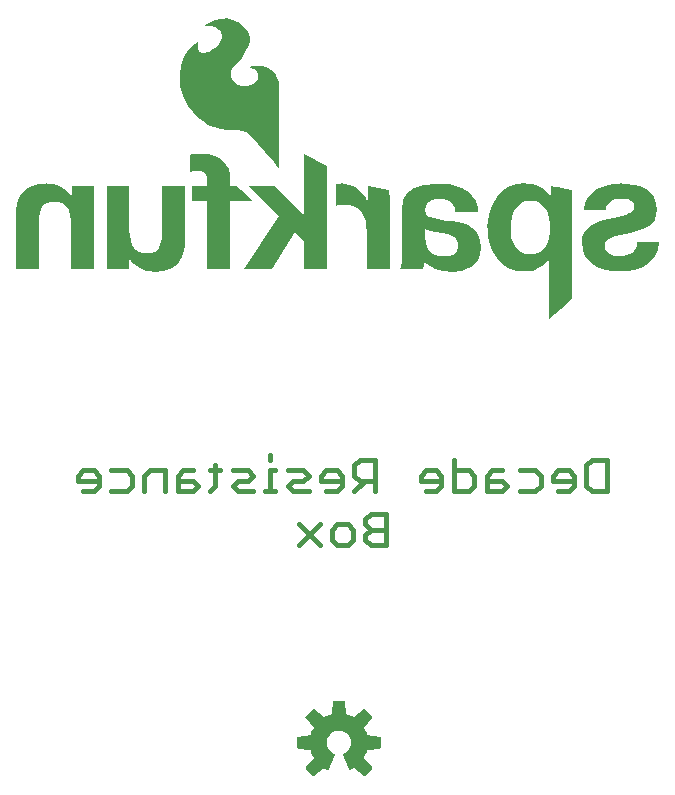
<source format=gbr>
G04 EAGLE Gerber RS-274X export*
G75*
%MOMM*%
%FSLAX34Y34*%
%LPD*%
%INSilkscreen Bottom*%
%IPPOS*%
%AMOC8*
5,1,8,0,0,1.08239X$1,22.5*%
G01*
%ADD10C,0.457200*%

G36*
X457701Y625696D02*
X457701Y625696D01*
X457702Y625696D01*
X457703Y625698D01*
X457705Y625700D01*
X457705Y689700D01*
X457605Y694500D01*
X457605Y694501D01*
X457005Y698601D01*
X457005Y698602D01*
X455905Y702102D01*
X455904Y702102D01*
X454504Y704902D01*
X454504Y704903D01*
X452704Y707203D01*
X452703Y707203D01*
X452703Y707204D01*
X450703Y709104D01*
X448403Y710504D01*
X448402Y710504D01*
X448402Y710505D01*
X446002Y711605D01*
X446002Y711604D01*
X446001Y711605D01*
X443201Y712405D01*
X440701Y712805D01*
X440700Y712805D01*
X440650Y712807D01*
X440536Y712812D01*
X440422Y712817D01*
X440421Y712817D01*
X440308Y712822D01*
X440307Y712822D01*
X440193Y712827D01*
X440079Y712832D01*
X439965Y712837D01*
X439964Y712837D01*
X439850Y712842D01*
X439736Y712847D01*
X439622Y712852D01*
X439621Y712852D01*
X439508Y712857D01*
X439507Y712857D01*
X439393Y712862D01*
X439279Y712867D01*
X439165Y712872D01*
X439164Y712872D01*
X439051Y712877D01*
X439050Y712877D01*
X438936Y712882D01*
X438822Y712887D01*
X438821Y712887D01*
X438708Y712892D01*
X438707Y712892D01*
X438593Y712897D01*
X438479Y712902D01*
X438400Y712905D01*
X436300Y712705D01*
X436299Y712705D01*
X434599Y712505D01*
X433299Y712205D01*
X433299Y712204D01*
X433298Y712205D01*
X432498Y711905D01*
X432198Y711805D01*
X432197Y711803D01*
X432196Y711802D01*
X432196Y711801D01*
X432195Y711799D01*
X432197Y711798D01*
X432198Y711795D01*
X432498Y711695D01*
X433098Y711396D01*
X433098Y711395D01*
X433998Y710995D01*
X435198Y710396D01*
X436397Y709696D01*
X437497Y708796D01*
X438496Y707697D01*
X439296Y706598D01*
X439795Y705099D01*
X439795Y703401D01*
X439295Y701702D01*
X438396Y700103D01*
X436997Y698604D01*
X435198Y697304D01*
X432998Y696305D01*
X430400Y695705D01*
X426301Y695705D01*
X422702Y696705D01*
X419703Y698604D01*
X417504Y701203D01*
X416405Y704401D01*
X416405Y704404D01*
X416408Y704459D01*
X416409Y704464D01*
X416412Y704519D01*
X416415Y704578D01*
X416418Y704633D01*
X416419Y704638D01*
X416422Y704693D01*
X416425Y704752D01*
X416428Y704807D01*
X416429Y704812D01*
X416432Y704866D01*
X416435Y704926D01*
X416438Y704981D01*
X416438Y704986D01*
X416442Y705040D01*
X416445Y705100D01*
X416448Y705155D01*
X416448Y705160D01*
X416452Y705214D01*
X416455Y705274D01*
X416458Y705329D01*
X416458Y705334D01*
X416461Y705388D01*
X416465Y705448D01*
X416468Y705502D01*
X416468Y705507D01*
X416471Y705562D01*
X416475Y705622D01*
X416478Y705676D01*
X416478Y705681D01*
X416481Y705736D01*
X416485Y705796D01*
X416488Y705850D01*
X416488Y705855D01*
X416491Y705910D01*
X416495Y705969D01*
X416495Y705970D01*
X416498Y706024D01*
X416498Y706029D01*
X416501Y706084D01*
X416505Y706143D01*
X416508Y706198D01*
X416508Y706203D01*
X416511Y706258D01*
X416515Y706317D01*
X416518Y706372D01*
X416518Y706377D01*
X416521Y706432D01*
X416524Y706491D01*
X416525Y706491D01*
X416524Y706491D01*
X416528Y706546D01*
X416528Y706551D01*
X416531Y706605D01*
X416531Y706606D01*
X416534Y706665D01*
X416538Y706720D01*
X416538Y706725D01*
X416541Y706779D01*
X416544Y706839D01*
X416547Y706894D01*
X416548Y706894D01*
X416547Y706894D01*
X416548Y706899D01*
X416551Y706953D01*
X416554Y707013D01*
X416557Y707068D01*
X416558Y707073D01*
X416561Y707127D01*
X416564Y707187D01*
X416567Y707241D01*
X416567Y707242D01*
X416568Y707246D01*
X416568Y707247D01*
X416571Y707301D01*
X416574Y707361D01*
X416577Y707415D01*
X416578Y707420D01*
X416581Y707475D01*
X416584Y707535D01*
X416587Y707589D01*
X416588Y707594D01*
X416591Y707649D01*
X416594Y707709D01*
X416597Y707763D01*
X416597Y707768D01*
X416601Y707823D01*
X416604Y707882D01*
X416604Y707883D01*
X416605Y707899D01*
X418204Y711597D01*
X421404Y715397D01*
X425604Y719697D01*
X428904Y723997D01*
X428904Y723998D01*
X431304Y728398D01*
X431305Y728399D01*
X432505Y732699D01*
X432504Y732700D01*
X432505Y732700D01*
X432405Y737000D01*
X432404Y737001D01*
X432405Y737002D01*
X431105Y741102D01*
X431104Y741102D01*
X431104Y741103D01*
X428304Y745103D01*
X428303Y745103D01*
X428303Y745104D01*
X424003Y748704D01*
X424002Y748704D01*
X418302Y751704D01*
X418301Y751704D01*
X418301Y751705D01*
X412901Y752805D01*
X412900Y752804D01*
X412900Y752805D01*
X412789Y752801D01*
X412788Y752801D01*
X412662Y752796D01*
X412536Y752791D01*
X412535Y752791D01*
X412409Y752786D01*
X412408Y752786D01*
X412282Y752781D01*
X412156Y752776D01*
X412155Y752776D01*
X412029Y752771D01*
X412028Y752771D01*
X411902Y752766D01*
X411901Y752766D01*
X411775Y752761D01*
X411649Y752756D01*
X411648Y752756D01*
X411522Y752751D01*
X411521Y752751D01*
X411395Y752746D01*
X411269Y752741D01*
X411268Y752741D01*
X411142Y752736D01*
X411141Y752736D01*
X411015Y752731D01*
X410889Y752726D01*
X410888Y752726D01*
X410762Y752721D01*
X410761Y752721D01*
X410635Y752716D01*
X410634Y752716D01*
X410508Y752711D01*
X410382Y752706D01*
X410381Y752706D01*
X410255Y752701D01*
X410254Y752701D01*
X410128Y752696D01*
X410002Y752691D01*
X410001Y752691D01*
X409875Y752686D01*
X409874Y752686D01*
X409748Y752681D01*
X409621Y752676D01*
X409495Y752671D01*
X409494Y752671D01*
X409368Y752666D01*
X409367Y752666D01*
X409241Y752662D01*
X409241Y752661D01*
X409115Y752657D01*
X409114Y752657D01*
X408988Y752652D01*
X408987Y752652D01*
X408861Y752647D01*
X408735Y752642D01*
X408734Y752642D01*
X408608Y752637D01*
X408607Y752637D01*
X408481Y752632D01*
X408354Y752627D01*
X408228Y752622D01*
X408227Y752622D01*
X408101Y752617D01*
X408100Y752617D01*
X407974Y752612D01*
X407848Y752607D01*
X407847Y752607D01*
X407800Y752605D01*
X407799Y752605D01*
X403299Y751505D01*
X403299Y751504D01*
X403298Y751505D01*
X399498Y749905D01*
X399498Y749904D01*
X396598Y748304D01*
X396597Y748304D01*
X394697Y746904D01*
X393997Y746404D01*
X393997Y746402D01*
X393995Y746401D01*
X393996Y746400D01*
X393996Y746398D01*
X393998Y746397D01*
X394000Y746395D01*
X394400Y746395D01*
X394401Y746396D01*
X394401Y746395D01*
X395301Y746595D01*
X396800Y746795D01*
X398599Y746795D01*
X400599Y746495D01*
X402798Y745895D01*
X404797Y744896D01*
X406696Y743197D01*
X407796Y741897D01*
X408495Y740598D01*
X408995Y739199D01*
X409195Y737700D01*
X409193Y737686D01*
X409190Y737661D01*
X409187Y737637D01*
X409183Y737612D01*
X409180Y737587D01*
X409177Y737562D01*
X409173Y737537D01*
X409170Y737512D01*
X409167Y737488D01*
X409163Y737463D01*
X409160Y737438D01*
X409157Y737413D01*
X409153Y737388D01*
X409150Y737363D01*
X409147Y737339D01*
X409147Y737338D01*
X409143Y737314D01*
X409140Y737289D01*
X409137Y737264D01*
X409134Y737239D01*
X409130Y737214D01*
X409127Y737189D01*
X409124Y737165D01*
X409120Y737140D01*
X409117Y737115D01*
X409114Y737090D01*
X409110Y737065D01*
X409107Y737040D01*
X409104Y737016D01*
X409104Y737015D01*
X409100Y736991D01*
X409097Y736966D01*
X409094Y736941D01*
X409090Y736916D01*
X409087Y736891D01*
X409084Y736866D01*
X409081Y736842D01*
X409077Y736817D01*
X409074Y736792D01*
X409071Y736767D01*
X409067Y736742D01*
X409064Y736717D01*
X409061Y736693D01*
X409057Y736668D01*
X409054Y736643D01*
X409051Y736618D01*
X409047Y736593D01*
X409044Y736568D01*
X409041Y736544D01*
X409041Y736543D01*
X409037Y736519D01*
X409034Y736494D01*
X409031Y736469D01*
X409028Y736444D01*
X409024Y736419D01*
X409021Y736394D01*
X409018Y736370D01*
X409014Y736345D01*
X409011Y736320D01*
X409008Y736295D01*
X409004Y736270D01*
X409001Y736245D01*
X408998Y736221D01*
X408998Y736220D01*
X408995Y736201D01*
X408495Y734602D01*
X407596Y732903D01*
X406296Y731103D01*
X404896Y729604D01*
X403397Y728204D01*
X401597Y726904D01*
X399698Y725704D01*
X397798Y724805D01*
X395999Y724105D01*
X394200Y723805D01*
X392601Y723805D01*
X390803Y724504D01*
X389504Y725603D01*
X388805Y727002D01*
X388405Y728601D01*
X388305Y730000D01*
X388309Y730053D01*
X388314Y730118D01*
X388319Y730182D01*
X388324Y730247D01*
X388329Y730311D01*
X388334Y730376D01*
X388339Y730441D01*
X388344Y730505D01*
X388349Y730570D01*
X388354Y730634D01*
X388359Y730699D01*
X388364Y730764D01*
X388369Y730828D01*
X388374Y730893D01*
X388379Y730957D01*
X388384Y731022D01*
X388389Y731087D01*
X388394Y731151D01*
X388399Y731216D01*
X388403Y731280D01*
X388404Y731280D01*
X388405Y731299D01*
X388505Y732199D01*
X388605Y732498D01*
X388604Y732499D01*
X388605Y732500D01*
X388605Y732600D01*
X388604Y732601D01*
X388605Y732602D01*
X388603Y732603D01*
X388601Y732605D01*
X388599Y732604D01*
X388598Y732604D01*
X384398Y730204D01*
X384397Y730203D01*
X384396Y730203D01*
X380396Y725903D01*
X376896Y720003D01*
X376896Y720002D01*
X376895Y720002D01*
X374395Y712902D01*
X374396Y712901D01*
X374395Y712901D01*
X373195Y704801D01*
X373195Y704800D01*
X373595Y696000D01*
X373596Y695999D01*
X373595Y695999D01*
X376095Y686899D01*
X376096Y686898D01*
X380296Y678898D01*
X380996Y677698D01*
X380996Y677697D01*
X384496Y673197D01*
X388296Y669197D01*
X388297Y669197D01*
X388297Y669196D01*
X392597Y665796D01*
X397197Y662896D01*
X397198Y662896D01*
X397198Y662895D01*
X402298Y660695D01*
X402299Y660696D01*
X402299Y660695D01*
X407799Y659195D01*
X413699Y658395D01*
X413700Y658395D01*
X423399Y658395D01*
X426298Y657695D01*
X428998Y656396D01*
X431497Y654596D01*
X433996Y652297D01*
X436596Y649497D01*
X439496Y646297D01*
X442696Y642797D01*
X445696Y639597D01*
X448496Y636497D01*
X450996Y633597D01*
X453196Y630997D01*
X455096Y628797D01*
X456496Y627097D01*
X457396Y626097D01*
X457696Y625697D01*
X457698Y625697D01*
X457699Y625695D01*
X457701Y625696D01*
G37*
G36*
X686201Y498297D02*
X686201Y498297D01*
X686203Y498296D01*
X688603Y500496D01*
X691103Y502596D01*
X695903Y506996D01*
X698303Y509096D01*
X700803Y511296D01*
X703203Y513396D01*
X705603Y515596D01*
X705604Y515599D01*
X705605Y515600D01*
X705605Y607900D01*
X705601Y607904D01*
X705601Y607905D01*
X696401Y609505D01*
X694101Y609905D01*
X691801Y610405D01*
X687201Y611205D01*
X687200Y611205D01*
X687198Y611203D01*
X687195Y611201D01*
X687196Y611201D01*
X687195Y611201D01*
X687195Y611200D01*
X687195Y602205D01*
X687003Y602205D01*
X685104Y604803D01*
X683004Y607103D01*
X683003Y607103D01*
X683003Y607104D01*
X680603Y609004D01*
X678003Y610504D01*
X678002Y610504D01*
X678002Y610505D01*
X675202Y611605D01*
X675201Y611605D01*
X672301Y612505D01*
X669201Y612905D01*
X669200Y612905D01*
X669133Y612909D01*
X669054Y612914D01*
X669053Y612914D01*
X668974Y612919D01*
X668895Y612924D01*
X668894Y612924D01*
X668815Y612929D01*
X668736Y612934D01*
X668735Y612934D01*
X668656Y612939D01*
X668577Y612944D01*
X668576Y612944D01*
X668497Y612949D01*
X668418Y612954D01*
X668417Y612954D01*
X668338Y612959D01*
X668259Y612964D01*
X668258Y612964D01*
X668179Y612969D01*
X668100Y612974D01*
X668099Y612974D01*
X668020Y612979D01*
X667941Y612984D01*
X667940Y612984D01*
X667861Y612989D01*
X667782Y612994D01*
X667781Y612994D01*
X667702Y612999D01*
X667623Y613004D01*
X667622Y613004D01*
X667543Y613009D01*
X667464Y613014D01*
X667463Y613014D01*
X667384Y613019D01*
X667305Y613023D01*
X667304Y613023D01*
X667225Y613028D01*
X667146Y613033D01*
X667145Y613033D01*
X667066Y613038D01*
X666987Y613043D01*
X666986Y613043D01*
X666907Y613048D01*
X666828Y613053D01*
X666827Y613053D01*
X666748Y613058D01*
X666669Y613063D01*
X666668Y613063D01*
X666589Y613068D01*
X666510Y613073D01*
X666509Y613073D01*
X666430Y613078D01*
X666351Y613083D01*
X666350Y613083D01*
X666271Y613088D01*
X666192Y613093D01*
X666191Y613093D01*
X666112Y613098D01*
X666033Y613103D01*
X666032Y613103D01*
X666000Y613105D01*
X658200Y612305D01*
X658199Y612304D01*
X658198Y612305D01*
X651598Y610005D01*
X651598Y610004D01*
X651597Y610004D01*
X646097Y606404D01*
X646097Y606403D01*
X646096Y606403D01*
X641596Y601603D01*
X638196Y595903D01*
X638196Y595902D01*
X638195Y595902D01*
X635795Y589502D01*
X635796Y589501D01*
X635795Y589501D01*
X634295Y582501D01*
X634295Y582500D01*
X633795Y575100D01*
X633799Y575095D01*
X633800Y575096D01*
X633800Y575095D01*
X633895Y575097D01*
X634295Y568100D01*
X634295Y568099D01*
X635795Y561399D01*
X635796Y561399D01*
X635795Y561398D01*
X638195Y555198D01*
X638196Y555198D01*
X638196Y555197D01*
X641596Y549697D01*
X645896Y545097D01*
X645897Y545097D01*
X645897Y545096D01*
X651297Y541596D01*
X651298Y541596D01*
X651298Y541595D01*
X657598Y539395D01*
X657599Y539396D01*
X657599Y539395D01*
X664899Y538595D01*
X664900Y538595D01*
X668100Y538695D01*
X668101Y538695D01*
X671201Y539295D01*
X674101Y540095D01*
X674102Y540096D01*
X674102Y540095D01*
X676902Y541295D01*
X676902Y541296D01*
X679602Y542796D01*
X679603Y542796D01*
X682003Y544596D01*
X682003Y544597D01*
X682004Y544596D01*
X684204Y546796D01*
X684204Y546797D01*
X686102Y549195D01*
X686195Y549195D01*
X686195Y498300D01*
X686196Y498299D01*
X686196Y498297D01*
X686198Y498297D01*
X686199Y498295D01*
X686201Y498297D01*
G37*
G36*
X606700Y538395D02*
X606700Y538395D01*
X606701Y538395D01*
X609101Y538695D01*
X611401Y539095D01*
X613601Y539595D01*
X613602Y539595D01*
X615702Y540295D01*
X615702Y540296D01*
X615702Y540295D01*
X617702Y541195D01*
X617702Y541196D01*
X617703Y541196D01*
X619603Y542296D01*
X621303Y543496D01*
X622803Y544896D01*
X622803Y544897D01*
X622804Y544897D01*
X624204Y546497D01*
X625404Y548197D01*
X625404Y548198D01*
X626404Y550098D01*
X626405Y550098D01*
X627205Y552198D01*
X627204Y552199D01*
X627205Y552199D01*
X627705Y554499D01*
X628105Y556899D01*
X628105Y556900D01*
X628205Y559500D01*
X627705Y565000D01*
X627704Y565001D01*
X627705Y565002D01*
X626105Y569402D01*
X626104Y569402D01*
X626104Y569403D01*
X623704Y573003D01*
X623703Y573003D01*
X623703Y573004D01*
X620703Y575704D01*
X620702Y575704D01*
X617102Y577704D01*
X617102Y577705D01*
X613002Y579205D01*
X613001Y579205D01*
X608701Y580305D01*
X604301Y581005D01*
X599901Y581605D01*
X595701Y582105D01*
X591701Y582605D01*
X588202Y583505D01*
X585302Y584505D01*
X583003Y585904D01*
X581605Y587802D01*
X581305Y590400D01*
X581305Y591900D01*
X581505Y593199D01*
X581805Y594399D01*
X582204Y595398D01*
X582804Y596297D01*
X583404Y597097D01*
X584103Y597796D01*
X585002Y598296D01*
X585902Y598795D01*
X586802Y599195D01*
X587901Y599495D01*
X589001Y599695D01*
X590101Y599895D01*
X591300Y599995D01*
X595199Y599995D01*
X596499Y599795D01*
X597699Y599595D01*
X598899Y599395D01*
X599998Y598995D01*
X600998Y598595D01*
X601897Y598096D01*
X602797Y597496D01*
X603596Y596796D01*
X604296Y595997D01*
X604896Y595197D01*
X605396Y594198D01*
X605895Y593098D01*
X606195Y591999D01*
X606495Y590699D01*
X606695Y589299D01*
X606700Y589295D01*
X626100Y589295D01*
X626105Y589299D01*
X626104Y589300D01*
X626105Y589301D01*
X625705Y592501D01*
X625005Y595501D01*
X625004Y595501D01*
X625005Y595502D01*
X623905Y598202D01*
X623904Y598202D01*
X622604Y600602D01*
X622604Y600603D01*
X621104Y602803D01*
X621104Y602804D01*
X619204Y604704D01*
X619203Y604704D01*
X617203Y606404D01*
X615003Y607904D01*
X615002Y607904D01*
X612602Y609204D01*
X612602Y609205D01*
X610002Y610205D01*
X607302Y611105D01*
X607301Y611105D01*
X604501Y611805D01*
X601701Y612305D01*
X598801Y612705D01*
X598800Y612705D01*
X598760Y612708D01*
X598686Y612713D01*
X598611Y612718D01*
X598537Y612723D01*
X598536Y612723D01*
X598462Y612728D01*
X598388Y612733D01*
X598387Y612733D01*
X598313Y612737D01*
X598238Y612742D01*
X598164Y612747D01*
X598089Y612752D01*
X598015Y612757D01*
X597940Y612762D01*
X597866Y612767D01*
X597791Y612772D01*
X597717Y612777D01*
X597642Y612782D01*
X597568Y612787D01*
X597493Y612792D01*
X597419Y612797D01*
X597418Y612797D01*
X597344Y612802D01*
X597270Y612807D01*
X597269Y612807D01*
X597195Y612812D01*
X597120Y612817D01*
X597046Y612822D01*
X596971Y612827D01*
X596897Y612832D01*
X596822Y612837D01*
X596748Y612842D01*
X596673Y612847D01*
X596599Y612852D01*
X596524Y612857D01*
X596450Y612862D01*
X596375Y612867D01*
X596301Y612872D01*
X596226Y612877D01*
X596152Y612882D01*
X596151Y612882D01*
X596077Y612887D01*
X596003Y612892D01*
X596002Y612892D01*
X595928Y612896D01*
X595853Y612901D01*
X595800Y612905D01*
X590100Y612905D01*
X590004Y612901D01*
X589870Y612896D01*
X589736Y612892D01*
X589735Y612891D01*
X589602Y612887D01*
X589601Y612887D01*
X589468Y612882D01*
X589467Y612882D01*
X589334Y612877D01*
X589333Y612877D01*
X589200Y612872D01*
X589199Y612872D01*
X589065Y612867D01*
X588931Y612862D01*
X588797Y612857D01*
X588796Y612857D01*
X588663Y612852D01*
X588662Y612852D01*
X588529Y612847D01*
X588528Y612847D01*
X588395Y612842D01*
X588394Y612842D01*
X588260Y612837D01*
X588126Y612832D01*
X587992Y612827D01*
X587991Y612827D01*
X587858Y612822D01*
X587857Y612822D01*
X587724Y612817D01*
X587723Y612817D01*
X587590Y612812D01*
X587589Y612812D01*
X587456Y612807D01*
X587455Y612807D01*
X587400Y612805D01*
X587399Y612805D01*
X581999Y612205D01*
X579399Y611705D01*
X576799Y611005D01*
X576798Y611005D01*
X574298Y610205D01*
X574298Y610204D01*
X574298Y610205D01*
X571998Y609205D01*
X571998Y609204D01*
X569798Y608004D01*
X569797Y608004D01*
X567897Y606604D01*
X566097Y605004D01*
X566097Y605003D01*
X566096Y605003D01*
X564596Y603103D01*
X564596Y603102D01*
X563396Y601002D01*
X563395Y601002D01*
X562495Y598502D01*
X562496Y598501D01*
X562495Y598501D01*
X561995Y595801D01*
X561995Y595800D01*
X561795Y592800D01*
X561795Y554800D01*
X561695Y553600D01*
X561695Y551300D01*
X561595Y550100D01*
X561495Y549000D01*
X561395Y547901D01*
X561195Y546801D01*
X561095Y545801D01*
X560895Y544901D01*
X560695Y543901D01*
X560495Y543101D01*
X560195Y542302D01*
X560195Y542301D01*
X559995Y541502D01*
X559396Y540302D01*
X559396Y540301D01*
X559395Y540301D01*
X559396Y540299D01*
X559397Y540296D01*
X559399Y540296D01*
X559400Y540295D01*
X579000Y540295D01*
X579003Y540297D01*
X579004Y540298D01*
X579204Y540698D01*
X579204Y540699D01*
X579205Y540699D01*
X579305Y541099D01*
X579505Y541598D01*
X579504Y541599D01*
X579505Y541599D01*
X579605Y541998D01*
X579804Y542398D01*
X579804Y542399D01*
X579805Y542399D01*
X579905Y542799D01*
X580005Y543299D01*
X580205Y544099D01*
X580204Y544100D01*
X580205Y544100D01*
X580205Y544999D01*
X580305Y545399D01*
X580304Y545400D01*
X580305Y545400D01*
X580305Y546299D01*
X580405Y546699D01*
X580404Y546700D01*
X580405Y546700D01*
X580405Y547089D01*
X581597Y545996D01*
X582797Y544896D01*
X584097Y543996D01*
X585497Y543096D01*
X585498Y543096D01*
X586898Y542296D01*
X588298Y541596D01*
X588298Y541595D01*
X589798Y540895D01*
X589798Y540896D01*
X589798Y540895D01*
X592798Y539895D01*
X592799Y539895D01*
X595999Y539095D01*
X597599Y538895D01*
X599199Y538595D01*
X599200Y538595D01*
X600900Y538495D01*
X602500Y538395D01*
X606700Y538395D01*
X606700Y538395D01*
G37*
G36*
X451402Y540497D02*
X451402Y540497D01*
X451404Y540497D01*
X470801Y572092D01*
X478395Y564798D01*
X478395Y540500D01*
X478399Y540495D01*
X478400Y540495D01*
X497800Y540495D01*
X497805Y540499D01*
X497805Y540500D01*
X497805Y627500D01*
X497803Y627502D01*
X497802Y627504D01*
X478402Y638104D01*
X478401Y638104D01*
X478401Y638105D01*
X478399Y638104D01*
X478396Y638103D01*
X478396Y638101D01*
X478395Y638100D01*
X478395Y585712D01*
X453904Y611203D01*
X453901Y611204D01*
X453900Y611205D01*
X430900Y611205D01*
X430899Y611204D01*
X430897Y611204D01*
X430897Y611202D01*
X430895Y611201D01*
X430897Y611199D01*
X430897Y611196D01*
X457594Y585199D01*
X427896Y540503D01*
X427896Y540501D01*
X427895Y540501D01*
X427896Y540499D01*
X427897Y540496D01*
X427899Y540497D01*
X427900Y540495D01*
X451400Y540495D01*
X451402Y540497D01*
G37*
G36*
X358900Y539095D02*
X358900Y539095D01*
X358901Y539095D01*
X364601Y540595D01*
X364602Y540596D01*
X369102Y543096D01*
X369103Y543097D01*
X369104Y543096D01*
X372504Y546496D01*
X372504Y546497D01*
X372504Y546498D01*
X374904Y550798D01*
X374905Y550798D01*
X376505Y555698D01*
X376505Y555699D01*
X377405Y561399D01*
X377405Y561400D01*
X377705Y567700D01*
X377705Y611200D01*
X377701Y611205D01*
X377700Y611205D01*
X358200Y611205D01*
X358195Y611201D01*
X358195Y611200D01*
X358195Y571200D01*
X358095Y567101D01*
X357595Y563601D01*
X356695Y560602D01*
X355396Y558203D01*
X353697Y556304D01*
X351598Y554905D01*
X348999Y554105D01*
X348950Y554102D01*
X348871Y554097D01*
X348791Y554092D01*
X348712Y554087D01*
X348632Y554082D01*
X348553Y554077D01*
X348473Y554072D01*
X348394Y554067D01*
X348314Y554062D01*
X348235Y554057D01*
X348155Y554052D01*
X348076Y554047D01*
X347996Y554042D01*
X347917Y554037D01*
X347837Y554032D01*
X347758Y554027D01*
X347678Y554022D01*
X347599Y554017D01*
X347519Y554012D01*
X347440Y554007D01*
X347360Y554003D01*
X347281Y553998D01*
X347201Y553993D01*
X347122Y553988D01*
X347042Y553983D01*
X346963Y553978D01*
X346883Y553973D01*
X346804Y553968D01*
X346724Y553963D01*
X346645Y553958D01*
X346565Y553953D01*
X346486Y553948D01*
X346406Y553943D01*
X346327Y553938D01*
X346247Y553933D01*
X346168Y553928D01*
X346088Y553923D01*
X346009Y553918D01*
X345929Y553913D01*
X345850Y553908D01*
X345800Y553905D01*
X345743Y553908D01*
X345742Y553908D01*
X345651Y553913D01*
X345559Y553918D01*
X345467Y553923D01*
X345375Y553928D01*
X345283Y553933D01*
X345191Y553938D01*
X345099Y553943D01*
X345007Y553948D01*
X344915Y553953D01*
X344824Y553958D01*
X344823Y553958D01*
X344732Y553963D01*
X344731Y553963D01*
X344640Y553968D01*
X344639Y553968D01*
X344548Y553973D01*
X344456Y553978D01*
X344364Y553983D01*
X344272Y553988D01*
X344180Y553993D01*
X344088Y553998D01*
X343996Y554002D01*
X343996Y554003D01*
X343904Y554007D01*
X343812Y554012D01*
X343721Y554017D01*
X343720Y554017D01*
X343629Y554022D01*
X343628Y554022D01*
X343537Y554027D01*
X343536Y554027D01*
X343445Y554032D01*
X343444Y554032D01*
X343353Y554037D01*
X343261Y554042D01*
X343169Y554047D01*
X343077Y554052D01*
X342985Y554057D01*
X342893Y554062D01*
X342801Y554067D01*
X342709Y554072D01*
X342617Y554077D01*
X342526Y554082D01*
X342525Y554082D01*
X342434Y554087D01*
X342433Y554087D01*
X342342Y554092D01*
X342341Y554092D01*
X342250Y554097D01*
X342249Y554097D01*
X342158Y554102D01*
X342101Y554105D01*
X339002Y555005D01*
X336403Y556504D01*
X334304Y558603D01*
X332705Y561402D01*
X331605Y564901D01*
X331005Y569101D01*
X330705Y574100D01*
X330705Y611100D01*
X330701Y611105D01*
X330700Y611105D01*
X311300Y611105D01*
X311295Y611101D01*
X311295Y611100D01*
X311295Y549300D01*
X311495Y540500D01*
X311500Y540495D01*
X330000Y540495D01*
X330005Y540499D01*
X330005Y540500D01*
X330005Y550295D01*
X330197Y550295D01*
X332196Y547497D01*
X334496Y545097D01*
X334497Y545097D01*
X334497Y545096D01*
X336997Y542996D01*
X336998Y542996D01*
X339798Y541396D01*
X339798Y541395D01*
X342698Y540095D01*
X342698Y540096D01*
X342699Y540095D01*
X345699Y539195D01*
X348699Y538695D01*
X348700Y538695D01*
X351800Y538495D01*
X358900Y539095D01*
G37*
G36*
X254105Y540499D02*
X254105Y540499D01*
X254105Y540500D01*
X254105Y580400D01*
X254305Y584499D01*
X254805Y587999D01*
X255605Y590998D01*
X256904Y593497D01*
X258603Y595396D01*
X260702Y596695D01*
X263401Y597495D01*
X266600Y597795D01*
X270199Y597495D01*
X273298Y596595D01*
X275897Y595196D01*
X277996Y592997D01*
X279595Y590298D01*
X280695Y586799D01*
X281395Y582500D01*
X281595Y577500D01*
X281595Y540500D01*
X281599Y540495D01*
X281600Y540495D01*
X301000Y540495D01*
X301005Y540499D01*
X301005Y540500D01*
X301005Y602300D01*
X300805Y611200D01*
X300801Y611205D01*
X300800Y611205D01*
X282400Y611205D01*
X282395Y611201D01*
X282395Y611200D01*
X282395Y601305D01*
X282103Y601305D01*
X280104Y604203D01*
X277804Y606603D01*
X277803Y606603D01*
X277803Y606604D01*
X275303Y608604D01*
X272603Y610204D01*
X272602Y610204D01*
X272602Y610205D01*
X269702Y611505D01*
X269702Y611504D01*
X269701Y611505D01*
X266701Y612405D01*
X263601Y612905D01*
X263600Y612905D01*
X263529Y612910D01*
X263452Y612915D01*
X263375Y612920D01*
X263298Y612925D01*
X263221Y612929D01*
X263144Y612934D01*
X263067Y612939D01*
X262990Y612944D01*
X262913Y612949D01*
X262836Y612954D01*
X262759Y612959D01*
X262758Y612959D01*
X262682Y612964D01*
X262681Y612964D01*
X262605Y612969D01*
X262604Y612969D01*
X262528Y612974D01*
X262527Y612974D01*
X262451Y612979D01*
X262450Y612979D01*
X262374Y612984D01*
X262373Y612984D01*
X262297Y612989D01*
X262296Y612989D01*
X262220Y612994D01*
X262219Y612994D01*
X262143Y612999D01*
X262142Y612999D01*
X262066Y613004D01*
X262065Y613004D01*
X261989Y613009D01*
X261988Y613009D01*
X261911Y613014D01*
X261834Y613019D01*
X261757Y613024D01*
X261680Y613029D01*
X261603Y613034D01*
X261526Y613039D01*
X261449Y613044D01*
X261372Y613049D01*
X261295Y613054D01*
X261218Y613059D01*
X261141Y613064D01*
X261064Y613069D01*
X260987Y613074D01*
X260910Y613079D01*
X260833Y613084D01*
X260756Y613088D01*
X260679Y613093D01*
X260602Y613098D01*
X260525Y613103D01*
X260500Y613105D01*
X260477Y613103D01*
X260408Y613098D01*
X260338Y613093D01*
X260269Y613088D01*
X260199Y613084D01*
X260130Y613079D01*
X260129Y613079D01*
X260060Y613074D01*
X259990Y613069D01*
X259921Y613064D01*
X259851Y613059D01*
X259782Y613054D01*
X259712Y613049D01*
X259643Y613044D01*
X259573Y613039D01*
X259503Y613034D01*
X259434Y613029D01*
X259364Y613024D01*
X259295Y613019D01*
X259225Y613014D01*
X259156Y613009D01*
X259086Y613004D01*
X259017Y612999D01*
X259016Y612999D01*
X258947Y612994D01*
X258877Y612989D01*
X258808Y612984D01*
X258738Y612979D01*
X258669Y612974D01*
X258599Y612969D01*
X258530Y612964D01*
X258460Y612959D01*
X258390Y612954D01*
X258321Y612949D01*
X258251Y612944D01*
X258182Y612939D01*
X258112Y612934D01*
X258043Y612929D01*
X257973Y612925D01*
X257904Y612920D01*
X257903Y612920D01*
X257834Y612915D01*
X257764Y612910D01*
X257695Y612905D01*
X257625Y612900D01*
X257556Y612895D01*
X257486Y612890D01*
X257417Y612885D01*
X257347Y612880D01*
X257277Y612875D01*
X257208Y612870D01*
X257138Y612865D01*
X257069Y612860D01*
X256999Y612855D01*
X256930Y612850D01*
X256860Y612845D01*
X256791Y612840D01*
X256790Y612840D01*
X256721Y612835D01*
X256651Y612830D01*
X256582Y612825D01*
X256512Y612820D01*
X256443Y612815D01*
X256373Y612810D01*
X256304Y612805D01*
X256234Y612800D01*
X256164Y612795D01*
X256095Y612790D01*
X256025Y612785D01*
X255956Y612780D01*
X255886Y612775D01*
X255817Y612770D01*
X255747Y612766D01*
X255678Y612761D01*
X255677Y612761D01*
X255608Y612756D01*
X255538Y612751D01*
X255469Y612746D01*
X255399Y612741D01*
X255330Y612736D01*
X255260Y612731D01*
X255191Y612726D01*
X255121Y612721D01*
X255051Y612716D01*
X254982Y612711D01*
X254912Y612706D01*
X254843Y612701D01*
X254773Y612696D01*
X254704Y612691D01*
X254634Y612686D01*
X254565Y612681D01*
X254564Y612681D01*
X254495Y612676D01*
X254425Y612671D01*
X254356Y612666D01*
X254286Y612661D01*
X254217Y612656D01*
X254147Y612651D01*
X254078Y612646D01*
X254008Y612641D01*
X253938Y612636D01*
X253869Y612631D01*
X253799Y612626D01*
X253730Y612621D01*
X253660Y612616D01*
X253591Y612611D01*
X253521Y612607D01*
X253500Y612605D01*
X253499Y612604D01*
X253499Y612605D01*
X247799Y611005D01*
X247798Y611004D01*
X243298Y608504D01*
X243297Y608503D01*
X243296Y608504D01*
X239896Y605104D01*
X239896Y605103D01*
X237396Y600903D01*
X237396Y600902D01*
X237395Y600902D01*
X235795Y595902D01*
X235795Y595901D01*
X234895Y590301D01*
X234895Y590300D01*
X234695Y584000D01*
X234695Y540500D01*
X234699Y540495D01*
X234700Y540495D01*
X254100Y540495D01*
X254105Y540499D01*
G37*
G36*
X751900Y538895D02*
X751900Y538895D01*
X751901Y538895D01*
X757801Y539795D01*
X763401Y541495D01*
X763402Y541496D01*
X768302Y543996D01*
X768303Y543996D01*
X772603Y547296D01*
X772603Y547297D01*
X772604Y547297D01*
X775904Y551697D01*
X775904Y551698D01*
X775905Y551698D01*
X778105Y556998D01*
X778104Y556998D01*
X778105Y556999D01*
X778104Y556999D01*
X778105Y556999D01*
X779005Y563499D01*
X779005Y563500D01*
X779001Y563505D01*
X779001Y563504D01*
X779000Y563505D01*
X762900Y563505D01*
X762863Y563503D01*
X762749Y563498D01*
X762748Y563498D01*
X762635Y563493D01*
X762634Y563493D01*
X762520Y563488D01*
X762406Y563484D01*
X762405Y563483D01*
X762292Y563479D01*
X762291Y563479D01*
X762177Y563474D01*
X762063Y563469D01*
X761949Y563464D01*
X761948Y563464D01*
X761835Y563459D01*
X761834Y563459D01*
X761720Y563454D01*
X761606Y563449D01*
X761492Y563444D01*
X761491Y563444D01*
X761377Y563439D01*
X761263Y563434D01*
X761149Y563429D01*
X761148Y563429D01*
X761035Y563424D01*
X761034Y563424D01*
X760920Y563419D01*
X760806Y563414D01*
X760692Y563409D01*
X760691Y563409D01*
X760600Y563405D01*
X760595Y563401D01*
X760295Y560501D01*
X759296Y558102D01*
X757896Y556003D01*
X755997Y554404D01*
X753698Y553105D01*
X751199Y552205D01*
X748499Y551705D01*
X748466Y551703D01*
X748397Y551698D01*
X748327Y551693D01*
X748258Y551688D01*
X748188Y551683D01*
X748119Y551678D01*
X748049Y551673D01*
X747979Y551668D01*
X747910Y551663D01*
X747840Y551658D01*
X747771Y551653D01*
X747701Y551648D01*
X747632Y551643D01*
X747562Y551638D01*
X747493Y551633D01*
X747492Y551633D01*
X747423Y551628D01*
X747353Y551623D01*
X747284Y551618D01*
X747214Y551613D01*
X747145Y551608D01*
X747075Y551603D01*
X747006Y551598D01*
X746936Y551593D01*
X746866Y551588D01*
X746797Y551583D01*
X746727Y551578D01*
X746658Y551573D01*
X746588Y551568D01*
X746519Y551563D01*
X746449Y551559D01*
X746380Y551554D01*
X746379Y551554D01*
X746310Y551549D01*
X746240Y551544D01*
X746171Y551539D01*
X746101Y551534D01*
X746032Y551529D01*
X745962Y551524D01*
X745893Y551519D01*
X745823Y551514D01*
X745753Y551509D01*
X745700Y551505D01*
X745620Y551509D01*
X745516Y551514D01*
X745515Y551514D01*
X745411Y551519D01*
X745307Y551524D01*
X745203Y551529D01*
X745202Y551529D01*
X745098Y551534D01*
X744994Y551539D01*
X744993Y551539D01*
X744890Y551544D01*
X744889Y551544D01*
X744785Y551549D01*
X744681Y551554D01*
X744680Y551554D01*
X744577Y551558D01*
X744577Y551559D01*
X744576Y551559D01*
X744472Y551563D01*
X744368Y551568D01*
X744367Y551568D01*
X744264Y551573D01*
X744263Y551573D01*
X744159Y551578D01*
X744055Y551583D01*
X744054Y551583D01*
X743950Y551588D01*
X743846Y551593D01*
X743742Y551598D01*
X743741Y551598D01*
X743637Y551603D01*
X743601Y551605D01*
X741401Y552005D01*
X739302Y552605D01*
X737303Y553504D01*
X735503Y554704D01*
X734204Y556303D01*
X733305Y558201D01*
X733005Y560600D01*
X733305Y562598D01*
X734504Y564297D01*
X736303Y565896D01*
X738802Y567196D01*
X741901Y568295D01*
X745701Y569395D01*
X750101Y570395D01*
X755001Y571495D01*
X759201Y572495D01*
X759202Y572495D01*
X763302Y573795D01*
X767102Y575295D01*
X767102Y575296D01*
X767103Y575296D01*
X770403Y577196D01*
X773303Y579596D01*
X773303Y579597D01*
X773304Y579597D01*
X775504Y582497D01*
X775504Y582498D01*
X775505Y582498D01*
X776905Y586098D01*
X776904Y586099D01*
X776905Y586099D01*
X777405Y590399D01*
X777405Y590400D01*
X777405Y590401D01*
X776705Y596501D01*
X776704Y596501D01*
X776705Y596502D01*
X774705Y601502D01*
X774704Y601502D01*
X774704Y601503D01*
X771704Y605503D01*
X771703Y605503D01*
X771703Y605504D01*
X767703Y608504D01*
X767702Y608504D01*
X767702Y608505D01*
X763102Y610705D01*
X763102Y610704D01*
X763101Y610705D01*
X757901Y612105D01*
X752301Y612805D01*
X752300Y612805D01*
X752238Y612808D01*
X752237Y612808D01*
X752143Y612813D01*
X752049Y612818D01*
X751954Y612823D01*
X751860Y612828D01*
X751766Y612833D01*
X751765Y612833D01*
X751671Y612838D01*
X751577Y612843D01*
X751576Y612843D01*
X751482Y612848D01*
X751388Y612853D01*
X751294Y612858D01*
X751293Y612858D01*
X751199Y612863D01*
X751105Y612868D01*
X751104Y612868D01*
X751010Y612873D01*
X750916Y612878D01*
X750822Y612883D01*
X750821Y612883D01*
X750727Y612888D01*
X750633Y612893D01*
X750632Y612893D01*
X750538Y612898D01*
X750444Y612903D01*
X750350Y612908D01*
X750349Y612908D01*
X750255Y612913D01*
X750161Y612918D01*
X750160Y612918D01*
X750066Y612923D01*
X749972Y612928D01*
X749878Y612932D01*
X749878Y612933D01*
X749877Y612933D01*
X749783Y612937D01*
X749689Y612942D01*
X749688Y612942D01*
X749594Y612947D01*
X749500Y612952D01*
X749406Y612957D01*
X749405Y612957D01*
X749311Y612962D01*
X749217Y612967D01*
X749216Y612967D01*
X749122Y612972D01*
X749028Y612977D01*
X748933Y612982D01*
X748839Y612987D01*
X748745Y612992D01*
X748744Y612992D01*
X748650Y612997D01*
X748556Y613002D01*
X748555Y613002D01*
X748461Y613007D01*
X748367Y613012D01*
X748273Y613017D01*
X748272Y613017D01*
X748178Y613022D01*
X748084Y613027D01*
X748083Y613027D01*
X747989Y613032D01*
X747895Y613037D01*
X747801Y613042D01*
X747800Y613042D01*
X747706Y613047D01*
X747612Y613052D01*
X747611Y613052D01*
X747517Y613057D01*
X747423Y613062D01*
X747329Y613067D01*
X747328Y613067D01*
X747234Y613072D01*
X747140Y613077D01*
X747139Y613077D01*
X747045Y613082D01*
X746951Y613087D01*
X746857Y613091D01*
X746857Y613092D01*
X746856Y613092D01*
X746762Y613096D01*
X746668Y613101D01*
X746667Y613101D01*
X746600Y613105D01*
X746534Y613101D01*
X746533Y613101D01*
X746441Y613096D01*
X746348Y613092D01*
X746348Y613091D01*
X746256Y613087D01*
X746255Y613087D01*
X746163Y613082D01*
X746162Y613082D01*
X746070Y613077D01*
X745977Y613072D01*
X745885Y613067D01*
X745884Y613067D01*
X745792Y613062D01*
X745791Y613062D01*
X745699Y613057D01*
X745606Y613052D01*
X745514Y613047D01*
X745513Y613047D01*
X745421Y613042D01*
X745420Y613042D01*
X745328Y613037D01*
X745235Y613032D01*
X745143Y613027D01*
X745142Y613027D01*
X745050Y613022D01*
X745049Y613022D01*
X744957Y613017D01*
X744864Y613012D01*
X744772Y613007D01*
X744771Y613007D01*
X744679Y613002D01*
X744678Y613002D01*
X744586Y612997D01*
X744493Y612992D01*
X744401Y612987D01*
X744400Y612987D01*
X744308Y612982D01*
X744307Y612982D01*
X744215Y612977D01*
X744122Y612972D01*
X744030Y612967D01*
X744029Y612967D01*
X743937Y612962D01*
X743936Y612962D01*
X743844Y612957D01*
X743751Y612952D01*
X743659Y612947D01*
X743658Y612947D01*
X743566Y612942D01*
X743565Y612942D01*
X743473Y612937D01*
X743380Y612933D01*
X743380Y612932D01*
X743288Y612928D01*
X743287Y612928D01*
X743195Y612923D01*
X743194Y612923D01*
X743102Y612918D01*
X743009Y612913D01*
X742917Y612908D01*
X742916Y612908D01*
X742824Y612903D01*
X742823Y612903D01*
X742731Y612898D01*
X742638Y612893D01*
X742546Y612888D01*
X742545Y612888D01*
X742453Y612883D01*
X742452Y612883D01*
X742360Y612878D01*
X742267Y612873D01*
X742175Y612868D01*
X742174Y612868D01*
X742082Y612863D01*
X742081Y612863D01*
X741989Y612858D01*
X741896Y612853D01*
X741804Y612848D01*
X741803Y612848D01*
X741711Y612843D01*
X741710Y612843D01*
X741618Y612838D01*
X741525Y612833D01*
X741433Y612828D01*
X741432Y612828D01*
X741340Y612823D01*
X741339Y612823D01*
X741247Y612818D01*
X741154Y612813D01*
X741062Y612808D01*
X741061Y612808D01*
X741000Y612805D01*
X740999Y612805D01*
X735499Y612005D01*
X730399Y610505D01*
X730398Y610504D01*
X725898Y608304D01*
X725897Y608304D01*
X721997Y605304D01*
X721997Y605303D01*
X721996Y605303D01*
X718796Y601403D01*
X718796Y601402D01*
X718795Y601402D01*
X716595Y596502D01*
X716596Y596502D01*
X716595Y596501D01*
X716596Y596501D01*
X716595Y596501D01*
X715495Y590501D01*
X715496Y590500D01*
X715499Y590495D01*
X715499Y590496D01*
X715500Y590495D01*
X733900Y590495D01*
X733904Y590498D01*
X733905Y590499D01*
X734405Y593099D01*
X735204Y595198D01*
X736504Y596896D01*
X738103Y598096D01*
X740102Y598995D01*
X742201Y599695D01*
X744600Y599995D01*
X747200Y600095D01*
X748899Y600095D01*
X750699Y599895D01*
X752499Y599595D01*
X754198Y598995D01*
X755697Y598196D01*
X756896Y596997D01*
X757695Y595498D01*
X757995Y593500D01*
X757495Y591202D01*
X756097Y589304D01*
X753898Y587804D01*
X751098Y586605D01*
X747699Y585605D01*
X743999Y584805D01*
X740099Y583905D01*
X735999Y583005D01*
X731799Y581905D01*
X727699Y580605D01*
X727698Y580604D01*
X727698Y580605D01*
X723898Y579005D01*
X723898Y579004D01*
X723897Y579004D01*
X720497Y577004D01*
X717697Y574504D01*
X717697Y574503D01*
X717696Y574503D01*
X715496Y571403D01*
X715496Y571402D01*
X715495Y571402D01*
X714095Y567702D01*
X714096Y567701D01*
X714095Y567701D01*
X713595Y563201D01*
X713595Y563200D01*
X713595Y563199D01*
X714295Y556799D01*
X714296Y556799D01*
X714295Y556798D01*
X716295Y551498D01*
X716296Y551498D01*
X716296Y551497D01*
X719496Y547197D01*
X719497Y547197D01*
X719497Y547196D01*
X723697Y543896D01*
X723698Y543896D01*
X728598Y541396D01*
X728599Y541395D01*
X733999Y539795D01*
X739899Y538895D01*
X739900Y538895D01*
X745800Y538595D01*
X751900Y538895D01*
G37*
G36*
X416105Y540499D02*
X416105Y540499D01*
X416105Y540500D01*
X416105Y598195D01*
X435300Y598195D01*
X435301Y598196D01*
X435303Y598196D01*
X435303Y598198D01*
X435305Y598199D01*
X435303Y598201D01*
X435303Y598204D01*
X433603Y599804D01*
X431904Y601403D01*
X430304Y603103D01*
X430303Y603103D01*
X430303Y603104D01*
X428604Y604704D01*
X427004Y606304D01*
X427003Y606304D01*
X425304Y607904D01*
X422004Y611204D01*
X422001Y611204D01*
X422000Y611205D01*
X416105Y611205D01*
X416105Y616600D01*
X415705Y621200D01*
X415705Y621201D01*
X414605Y625301D01*
X414604Y625302D01*
X412804Y628902D01*
X412804Y628903D01*
X410204Y632103D01*
X410203Y632103D01*
X410203Y632104D01*
X406903Y634604D01*
X406902Y634604D01*
X406902Y634605D01*
X402802Y636505D01*
X402801Y636504D01*
X402801Y636505D01*
X398001Y637705D01*
X398000Y637705D01*
X397950Y637709D01*
X397882Y637714D01*
X397814Y637719D01*
X397813Y637719D01*
X397745Y637724D01*
X397677Y637729D01*
X397609Y637733D01*
X397540Y637738D01*
X397472Y637743D01*
X397404Y637748D01*
X397335Y637753D01*
X397267Y637758D01*
X397199Y637763D01*
X397130Y637768D01*
X397062Y637773D01*
X396994Y637778D01*
X396925Y637783D01*
X396857Y637788D01*
X396789Y637793D01*
X396720Y637798D01*
X396652Y637803D01*
X396584Y637808D01*
X396515Y637813D01*
X396447Y637818D01*
X396379Y637823D01*
X396310Y637828D01*
X396242Y637833D01*
X396174Y637838D01*
X396106Y637843D01*
X396105Y637843D01*
X396037Y637848D01*
X395969Y637853D01*
X395901Y637858D01*
X395832Y637863D01*
X395764Y637868D01*
X395696Y637873D01*
X395627Y637878D01*
X395559Y637883D01*
X395491Y637888D01*
X395422Y637892D01*
X395354Y637897D01*
X395286Y637902D01*
X395217Y637907D01*
X395149Y637912D01*
X395081Y637917D01*
X395012Y637922D01*
X394944Y637927D01*
X394876Y637932D01*
X394807Y637937D01*
X394739Y637942D01*
X394671Y637947D01*
X394602Y637952D01*
X394534Y637957D01*
X394466Y637962D01*
X394398Y637967D01*
X394397Y637967D01*
X394329Y637972D01*
X394261Y637977D01*
X394193Y637982D01*
X394124Y637987D01*
X394056Y637992D01*
X393988Y637997D01*
X393919Y638002D01*
X393851Y638007D01*
X393783Y638012D01*
X393714Y638017D01*
X393646Y638022D01*
X393578Y638027D01*
X393509Y638032D01*
X393441Y638037D01*
X393373Y638042D01*
X393304Y638047D01*
X393236Y638051D01*
X393168Y638056D01*
X393099Y638061D01*
X393031Y638066D01*
X392963Y638071D01*
X392894Y638076D01*
X392826Y638081D01*
X392758Y638086D01*
X392690Y638091D01*
X392689Y638091D01*
X392621Y638096D01*
X392553Y638101D01*
X392500Y638105D01*
X391200Y638105D01*
X391150Y638101D01*
X391085Y638096D01*
X391021Y638091D01*
X390956Y638086D01*
X390892Y638081D01*
X390827Y638076D01*
X390763Y638071D01*
X390762Y638071D01*
X390698Y638066D01*
X390633Y638061D01*
X390569Y638056D01*
X390504Y638051D01*
X390440Y638047D01*
X390375Y638042D01*
X390310Y638037D01*
X390246Y638032D01*
X390181Y638027D01*
X390117Y638022D01*
X390052Y638017D01*
X389987Y638012D01*
X389923Y638007D01*
X389900Y638005D01*
X388600Y638005D01*
X388558Y638002D01*
X388494Y637997D01*
X388429Y637992D01*
X388364Y637987D01*
X388300Y637982D01*
X388235Y637977D01*
X388171Y637972D01*
X388106Y637967D01*
X388041Y637962D01*
X387977Y637957D01*
X387912Y637952D01*
X387848Y637947D01*
X387783Y637942D01*
X387718Y637937D01*
X387654Y637932D01*
X387589Y637927D01*
X387525Y637922D01*
X387460Y637917D01*
X387396Y637912D01*
X387395Y637912D01*
X387331Y637907D01*
X387300Y637905D01*
X387266Y637902D01*
X387202Y637897D01*
X387137Y637892D01*
X387073Y637888D01*
X387008Y637883D01*
X386943Y637878D01*
X386879Y637873D01*
X386814Y637868D01*
X386750Y637863D01*
X386685Y637858D01*
X386620Y637853D01*
X386556Y637848D01*
X386491Y637843D01*
X386427Y637838D01*
X386362Y637833D01*
X386297Y637828D01*
X386233Y637823D01*
X386168Y637818D01*
X386104Y637813D01*
X386039Y637808D01*
X386000Y637805D01*
X385974Y637803D01*
X385910Y637798D01*
X385845Y637793D01*
X385781Y637788D01*
X385716Y637783D01*
X385651Y637778D01*
X385587Y637773D01*
X385522Y637768D01*
X385458Y637763D01*
X385393Y637758D01*
X385329Y637753D01*
X385328Y637753D01*
X385264Y637748D01*
X385199Y637743D01*
X385135Y637738D01*
X385070Y637733D01*
X385006Y637729D01*
X384941Y637724D01*
X384876Y637719D01*
X384812Y637714D01*
X384747Y637709D01*
X384700Y637705D01*
X383400Y637705D01*
X382200Y637605D01*
X382195Y637600D01*
X382195Y623100D01*
X382199Y623095D01*
X382200Y623096D01*
X382201Y623095D01*
X384901Y623395D01*
X387500Y623395D01*
X387501Y623395D01*
X388401Y623495D01*
X389300Y623495D01*
X391199Y623395D01*
X392698Y622995D01*
X393997Y622496D01*
X394996Y621597D01*
X395796Y620498D01*
X396295Y619099D01*
X396595Y617399D01*
X396695Y615400D01*
X396695Y611205D01*
X383300Y611205D01*
X383295Y611201D01*
X383295Y611200D01*
X383295Y598200D01*
X383299Y598195D01*
X383300Y598195D01*
X396695Y598195D01*
X396695Y540500D01*
X396699Y540495D01*
X396700Y540495D01*
X416100Y540495D01*
X416105Y540499D01*
G37*
G36*
X529633Y111386D02*
X529633Y111386D01*
X529741Y111396D01*
X529754Y111402D01*
X529768Y111404D01*
X529865Y111452D01*
X529964Y111497D01*
X529977Y111508D01*
X529986Y111512D01*
X530001Y111528D01*
X530078Y111590D01*
X536110Y117622D01*
X536160Y117693D01*
X536165Y117698D01*
X536167Y117701D01*
X536173Y117710D01*
X536239Y117796D01*
X536244Y117809D01*
X536252Y117821D01*
X536283Y117924D01*
X536319Y118027D01*
X536319Y118041D01*
X536323Y118054D01*
X536319Y118162D01*
X536320Y118271D01*
X536315Y118284D01*
X536315Y118298D01*
X536277Y118400D01*
X536242Y118502D01*
X536233Y118517D01*
X536229Y118526D01*
X536215Y118543D01*
X536161Y118625D01*
X529307Y127031D01*
X530345Y128917D01*
X530353Y128939D01*
X530381Y128991D01*
X531398Y131447D01*
X531404Y131470D01*
X531426Y131525D01*
X532025Y133593D01*
X542815Y134690D01*
X542919Y134718D01*
X543025Y134743D01*
X543037Y134750D01*
X543050Y134753D01*
X543140Y134814D01*
X543233Y134871D01*
X543241Y134882D01*
X543253Y134890D01*
X543319Y134976D01*
X543388Y135060D01*
X543392Y135073D01*
X543401Y135084D01*
X543435Y135187D01*
X543474Y135288D01*
X543475Y135306D01*
X543479Y135315D01*
X543479Y135337D01*
X543488Y135435D01*
X543488Y143965D01*
X543471Y144072D01*
X543457Y144180D01*
X543451Y144192D01*
X543449Y144206D01*
X543397Y144302D01*
X543350Y144399D01*
X543340Y144409D01*
X543334Y144421D01*
X543254Y144495D01*
X543178Y144572D01*
X543166Y144578D01*
X543156Y144588D01*
X543057Y144633D01*
X542960Y144681D01*
X542942Y144685D01*
X542933Y144689D01*
X542912Y144691D01*
X542815Y144710D01*
X532025Y145807D01*
X531426Y147875D01*
X531415Y147896D01*
X531398Y147953D01*
X530381Y150409D01*
X530368Y150429D01*
X530345Y150483D01*
X529307Y152369D01*
X536161Y160775D01*
X536215Y160869D01*
X536272Y160961D01*
X536275Y160974D01*
X536282Y160986D01*
X536303Y161093D01*
X536328Y161198D01*
X536326Y161212D01*
X536329Y161226D01*
X536314Y161333D01*
X536304Y161441D01*
X536298Y161454D01*
X536296Y161468D01*
X536248Y161565D01*
X536203Y161664D01*
X536192Y161677D01*
X536188Y161686D01*
X536172Y161701D01*
X536110Y161778D01*
X530078Y167810D01*
X529990Y167873D01*
X529904Y167939D01*
X529891Y167944D01*
X529879Y167952D01*
X529776Y167983D01*
X529673Y168019D01*
X529659Y168019D01*
X529646Y168023D01*
X529538Y168019D01*
X529429Y168020D01*
X529416Y168015D01*
X529402Y168015D01*
X529300Y167977D01*
X529198Y167942D01*
X529183Y167933D01*
X529174Y167929D01*
X529157Y167915D01*
X529075Y167861D01*
X520669Y161007D01*
X518783Y162045D01*
X518761Y162053D01*
X518709Y162081D01*
X516253Y163098D01*
X516230Y163104D01*
X516175Y163126D01*
X514107Y163725D01*
X513010Y174515D01*
X512982Y174619D01*
X512957Y174725D01*
X512950Y174737D01*
X512947Y174750D01*
X512886Y174840D01*
X512829Y174933D01*
X512818Y174941D01*
X512810Y174953D01*
X512724Y175019D01*
X512640Y175088D01*
X512627Y175092D01*
X512616Y175101D01*
X512513Y175135D01*
X512412Y175174D01*
X512394Y175175D01*
X512385Y175179D01*
X512363Y175179D01*
X512265Y175188D01*
X503735Y175188D01*
X503628Y175171D01*
X503520Y175157D01*
X503508Y175151D01*
X503494Y175149D01*
X503398Y175097D01*
X503301Y175050D01*
X503291Y175040D01*
X503279Y175034D01*
X503205Y174954D01*
X503128Y174878D01*
X503122Y174866D01*
X503112Y174856D01*
X503067Y174757D01*
X503019Y174660D01*
X503015Y174642D01*
X503011Y174633D01*
X503009Y174612D01*
X502990Y174515D01*
X501893Y163725D01*
X499825Y163126D01*
X499804Y163115D01*
X499747Y163098D01*
X497291Y162081D01*
X497271Y162068D01*
X497217Y162045D01*
X495331Y161007D01*
X486925Y167861D01*
X486831Y167915D01*
X486739Y167972D01*
X486726Y167975D01*
X486714Y167982D01*
X486607Y168003D01*
X486502Y168028D01*
X486488Y168026D01*
X486474Y168029D01*
X486367Y168014D01*
X486259Y168004D01*
X486246Y167998D01*
X486233Y167996D01*
X486135Y167948D01*
X486036Y167903D01*
X486023Y167892D01*
X486014Y167888D01*
X485999Y167872D01*
X485922Y167810D01*
X479890Y161778D01*
X479827Y161690D01*
X479761Y161604D01*
X479756Y161591D01*
X479748Y161579D01*
X479717Y161476D01*
X479681Y161373D01*
X479681Y161359D01*
X479677Y161346D01*
X479681Y161238D01*
X479680Y161129D01*
X479685Y161116D01*
X479685Y161102D01*
X479723Y161000D01*
X479758Y160898D01*
X479767Y160883D01*
X479771Y160874D01*
X479785Y160857D01*
X479839Y160775D01*
X486693Y152369D01*
X485655Y150483D01*
X485647Y150461D01*
X485619Y150409D01*
X484602Y147953D01*
X484596Y147930D01*
X484574Y147875D01*
X483975Y145807D01*
X473185Y144710D01*
X473081Y144682D01*
X472975Y144657D01*
X472963Y144650D01*
X472950Y144647D01*
X472860Y144586D01*
X472767Y144529D01*
X472759Y144518D01*
X472747Y144510D01*
X472681Y144424D01*
X472613Y144340D01*
X472608Y144327D01*
X472599Y144316D01*
X472565Y144213D01*
X472526Y144112D01*
X472525Y144094D01*
X472521Y144085D01*
X472522Y144063D01*
X472512Y143965D01*
X472512Y135435D01*
X472529Y135328D01*
X472543Y135220D01*
X472549Y135208D01*
X472551Y135194D01*
X472603Y135098D01*
X472650Y135001D01*
X472660Y134991D01*
X472666Y134979D01*
X472746Y134905D01*
X472822Y134828D01*
X472834Y134822D01*
X472845Y134812D01*
X472943Y134767D01*
X473040Y134719D01*
X473058Y134715D01*
X473067Y134711D01*
X473088Y134709D01*
X473185Y134690D01*
X483975Y133593D01*
X484574Y131525D01*
X484585Y131504D01*
X484602Y131447D01*
X485619Y128991D01*
X485632Y128971D01*
X485655Y128917D01*
X486693Y127031D01*
X479839Y118625D01*
X479785Y118531D01*
X479728Y118439D01*
X479725Y118426D01*
X479718Y118414D01*
X479697Y118307D01*
X479672Y118202D01*
X479674Y118188D01*
X479671Y118174D01*
X479686Y118067D01*
X479696Y117959D01*
X479702Y117946D01*
X479704Y117933D01*
X479752Y117835D01*
X479797Y117736D01*
X479808Y117723D01*
X479812Y117714D01*
X479828Y117699D01*
X479890Y117622D01*
X485922Y111590D01*
X486010Y111527D01*
X486096Y111461D01*
X486109Y111456D01*
X486121Y111448D01*
X486224Y111417D01*
X486327Y111381D01*
X486341Y111381D01*
X486354Y111377D01*
X486462Y111381D01*
X486571Y111380D01*
X486584Y111385D01*
X486598Y111385D01*
X486700Y111423D01*
X486802Y111458D01*
X486817Y111467D01*
X486826Y111471D01*
X486843Y111485D01*
X486925Y111539D01*
X495325Y118388D01*
X496612Y117656D01*
X496631Y117649D01*
X496667Y117628D01*
X498476Y116789D01*
X498514Y116779D01*
X498550Y116760D01*
X498631Y116746D01*
X498711Y116724D01*
X498751Y116726D01*
X498790Y116720D01*
X498872Y116733D01*
X498955Y116738D01*
X498992Y116753D01*
X499031Y116759D01*
X499104Y116798D01*
X499181Y116829D01*
X499211Y116855D01*
X499247Y116874D01*
X499303Y116934D01*
X499366Y116988D01*
X499386Y117023D01*
X499414Y117052D01*
X499483Y117182D01*
X504506Y129308D01*
X504531Y129417D01*
X504560Y129524D01*
X504559Y129535D01*
X504562Y129546D01*
X504551Y129656D01*
X504543Y129768D01*
X504539Y129778D01*
X504538Y129789D01*
X504492Y129890D01*
X504449Y129993D01*
X504442Y130001D01*
X504437Y130011D01*
X504361Y130092D01*
X504288Y130176D01*
X504276Y130183D01*
X504270Y130189D01*
X504253Y130198D01*
X504164Y130257D01*
X502414Y131184D01*
X500922Y132376D01*
X499679Y133827D01*
X498729Y135484D01*
X498104Y137289D01*
X497828Y139179D01*
X497910Y141087D01*
X498346Y142947D01*
X499122Y144692D01*
X500211Y146262D01*
X501573Y147601D01*
X503161Y148662D01*
X504919Y149408D01*
X506786Y149813D01*
X508695Y149861D01*
X510580Y149553D01*
X512375Y148898D01*
X514015Y147919D01*
X515444Y146652D01*
X516611Y145140D01*
X517475Y143437D01*
X518006Y141602D01*
X518186Y139696D01*
X518042Y137994D01*
X517615Y136336D01*
X516915Y134773D01*
X516576Y134265D01*
X516075Y133516D01*
X516075Y133515D01*
X515964Y133349D01*
X514788Y132105D01*
X513420Y131076D01*
X511842Y130261D01*
X511750Y130192D01*
X511657Y130125D01*
X511652Y130119D01*
X511646Y130115D01*
X511581Y130020D01*
X511514Y129927D01*
X511512Y129920D01*
X511508Y129914D01*
X511477Y129803D01*
X511443Y129694D01*
X511443Y129686D01*
X511442Y129679D01*
X511447Y129565D01*
X511451Y129450D01*
X511454Y129441D01*
X511454Y129436D01*
X511460Y129421D01*
X511494Y129308D01*
X516517Y117182D01*
X516538Y117148D01*
X516551Y117111D01*
X516602Y117045D01*
X516646Y116975D01*
X516677Y116950D01*
X516701Y116918D01*
X516770Y116873D01*
X516834Y116820D01*
X516872Y116806D01*
X516905Y116784D01*
X516985Y116763D01*
X517063Y116734D01*
X517103Y116733D01*
X517141Y116723D01*
X517224Y116729D01*
X517306Y116726D01*
X517345Y116738D01*
X517385Y116741D01*
X517524Y116789D01*
X519333Y117628D01*
X519349Y117639D01*
X519388Y117656D01*
X520675Y118388D01*
X529075Y111539D01*
X529169Y111485D01*
X529261Y111428D01*
X529274Y111425D01*
X529286Y111418D01*
X529393Y111397D01*
X529498Y111372D01*
X529512Y111374D01*
X529526Y111371D01*
X529633Y111386D01*
G37*
G36*
X551005Y540399D02*
X551005Y540399D01*
X551005Y540400D01*
X551005Y599400D01*
X550805Y607900D01*
X550801Y607904D01*
X550801Y607905D01*
X537001Y610305D01*
X534701Y610705D01*
X532401Y611205D01*
X532400Y611205D01*
X532399Y611204D01*
X532395Y611202D01*
X532396Y611201D01*
X532395Y611200D01*
X532395Y598005D01*
X532203Y598005D01*
X530604Y601202D01*
X530604Y601203D01*
X528504Y604103D01*
X526004Y606703D01*
X526003Y606704D01*
X523203Y608904D01*
X523202Y608904D01*
X520102Y610604D01*
X520102Y610605D01*
X516802Y612005D01*
X516801Y612004D01*
X516801Y612005D01*
X513301Y612805D01*
X513300Y612805D01*
X509700Y613105D01*
X509700Y613104D01*
X509699Y613105D01*
X509100Y613005D01*
X508000Y613005D01*
X507999Y613005D01*
X506499Y612705D01*
X506498Y612705D01*
X505899Y612505D01*
X505399Y612405D01*
X505396Y612401D01*
X505395Y612400D01*
X505395Y594300D01*
X505395Y594299D01*
X505396Y594299D01*
X505399Y594295D01*
X505400Y594296D01*
X505401Y594295D01*
X506201Y594495D01*
X507001Y594595D01*
X507801Y594795D01*
X508701Y594895D01*
X509700Y594895D01*
X509701Y594895D01*
X510601Y594995D01*
X512400Y594995D01*
X517399Y594495D01*
X521498Y593195D01*
X524797Y591096D01*
X527396Y588397D01*
X529295Y584998D01*
X530595Y581199D01*
X531295Y576900D01*
X531595Y572300D01*
X531595Y540400D01*
X531599Y540395D01*
X531600Y540395D01*
X551000Y540395D01*
X551005Y540399D01*
G37*
%LPC*%
G36*
X665701Y553705D02*
X665701Y553705D01*
X662102Y555104D01*
X659203Y557304D01*
X656904Y560103D01*
X655205Y563502D01*
X654105Y567301D01*
X653505Y571401D01*
X653305Y575600D01*
X653505Y579899D01*
X654205Y583999D01*
X655405Y587798D01*
X657104Y591297D01*
X659404Y594196D01*
X662302Y596496D01*
X665901Y597895D01*
X670200Y598395D01*
X674599Y597895D01*
X678198Y596496D01*
X681096Y594297D01*
X683396Y591297D01*
X685095Y587898D01*
X686195Y583999D01*
X686895Y579899D01*
X686995Y575600D01*
X686795Y571401D01*
X686195Y567301D01*
X684995Y563502D01*
X683296Y560103D01*
X680997Y557304D01*
X677998Y555104D01*
X674399Y553705D01*
X670100Y553205D01*
X665701Y553705D01*
G37*
%LPD*%
%LPC*%
G36*
X597000Y551505D02*
X597000Y551505D01*
X596965Y551508D01*
X596898Y551513D01*
X596831Y551518D01*
X596764Y551522D01*
X596697Y551527D01*
X596630Y551532D01*
X596563Y551537D01*
X596496Y551542D01*
X596429Y551547D01*
X596362Y551552D01*
X596295Y551557D01*
X596228Y551562D01*
X596160Y551567D01*
X596093Y551572D01*
X596026Y551577D01*
X595959Y551582D01*
X595892Y551587D01*
X595825Y551592D01*
X595758Y551597D01*
X595691Y551602D01*
X595624Y551607D01*
X595557Y551612D01*
X595490Y551617D01*
X595423Y551622D01*
X595356Y551627D01*
X595288Y551632D01*
X595221Y551637D01*
X595154Y551642D01*
X595087Y551647D01*
X595020Y551652D01*
X594953Y551657D01*
X594886Y551662D01*
X594819Y551667D01*
X594752Y551672D01*
X594685Y551677D01*
X594618Y551681D01*
X594551Y551686D01*
X594484Y551691D01*
X594483Y551691D01*
X594416Y551696D01*
X594349Y551701D01*
X594300Y551705D01*
X591901Y552005D01*
X589902Y552705D01*
X588102Y553504D01*
X586603Y554404D01*
X585304Y555504D01*
X584304Y556703D01*
X583404Y558003D01*
X582705Y559402D01*
X582205Y560702D01*
X581805Y562101D01*
X581605Y563401D01*
X581405Y564701D01*
X581305Y565800D01*
X581305Y574989D01*
X581897Y574496D01*
X581898Y574496D01*
X582598Y574096D01*
X583398Y573696D01*
X583398Y573695D01*
X584298Y573295D01*
X584298Y573296D01*
X584298Y573295D01*
X585198Y572995D01*
X585199Y572995D01*
X586199Y572695D01*
X587199Y572495D01*
X588299Y572295D01*
X588300Y572295D01*
X589399Y572195D01*
X591599Y571795D01*
X592799Y571595D01*
X592800Y571595D01*
X593900Y571495D01*
X595099Y571295D01*
X596199Y571095D01*
X597399Y570895D01*
X598499Y570695D01*
X599599Y570495D01*
X600699Y570195D01*
X601698Y569795D01*
X601699Y569795D01*
X602698Y569495D01*
X603698Y568996D01*
X604597Y568496D01*
X605397Y567996D01*
X606796Y566596D01*
X607396Y565897D01*
X607895Y564998D01*
X608295Y563999D01*
X608595Y562999D01*
X608795Y561800D01*
X608895Y560500D01*
X608795Y559201D01*
X608595Y558101D01*
X608295Y557002D01*
X607896Y556102D01*
X607396Y555303D01*
X606796Y554503D01*
X606097Y553904D01*
X605297Y553304D01*
X604398Y552905D01*
X603498Y552505D01*
X602499Y552105D01*
X601499Y551905D01*
X600399Y551705D01*
X599300Y551605D01*
X598100Y551505D01*
X597000Y551505D01*
G37*
%LPD*%
D10*
X734916Y378736D02*
X734916Y352806D01*
X721951Y352806D01*
X717630Y357128D01*
X717630Y374414D01*
X721951Y378736D01*
X734916Y378736D01*
X702529Y352806D02*
X693886Y352806D01*
X702529Y352806D02*
X706851Y357128D01*
X706851Y365771D01*
X702529Y370093D01*
X693886Y370093D01*
X689564Y365771D01*
X689564Y361449D01*
X706851Y361449D01*
X674463Y370093D02*
X661498Y370093D01*
X674463Y370093D02*
X678785Y365771D01*
X678785Y357128D01*
X674463Y352806D01*
X661498Y352806D01*
X646398Y370093D02*
X637755Y370093D01*
X633433Y365771D01*
X633433Y352806D01*
X646398Y352806D01*
X650720Y357128D01*
X646398Y361449D01*
X633433Y361449D01*
X605367Y352806D02*
X605367Y378736D01*
X605367Y352806D02*
X618332Y352806D01*
X622654Y357128D01*
X622654Y365771D01*
X618332Y370093D01*
X605367Y370093D01*
X590267Y352806D02*
X581623Y352806D01*
X590267Y352806D02*
X594588Y357128D01*
X594588Y365771D01*
X590267Y370093D01*
X581623Y370093D01*
X577302Y365771D01*
X577302Y361449D01*
X594588Y361449D01*
X538457Y352806D02*
X538457Y378736D01*
X525492Y378736D01*
X521171Y374414D01*
X521171Y365771D01*
X525492Y361449D01*
X538457Y361449D01*
X529814Y361449D02*
X521171Y352806D01*
X506070Y352806D02*
X497427Y352806D01*
X506070Y352806D02*
X510392Y357128D01*
X510392Y365771D01*
X506070Y370093D01*
X497427Y370093D01*
X493105Y365771D01*
X493105Y361449D01*
X510392Y361449D01*
X482326Y352806D02*
X469361Y352806D01*
X465039Y357128D01*
X469361Y361449D01*
X478005Y361449D01*
X482326Y365771D01*
X478005Y370093D01*
X465039Y370093D01*
X454261Y370093D02*
X449939Y370093D01*
X449939Y352806D01*
X454261Y352806D02*
X445617Y352806D01*
X449939Y378736D02*
X449939Y383058D01*
X435550Y352806D02*
X422585Y352806D01*
X418264Y357128D01*
X422585Y361449D01*
X431229Y361449D01*
X435550Y365771D01*
X431229Y370093D01*
X418264Y370093D01*
X403163Y374414D02*
X403163Y357128D01*
X398841Y352806D01*
X398841Y370093D02*
X407485Y370093D01*
X384453Y370093D02*
X375809Y370093D01*
X371488Y365771D01*
X371488Y352806D01*
X384453Y352806D01*
X388774Y357128D01*
X384453Y361449D01*
X371488Y361449D01*
X360709Y352806D02*
X360709Y370093D01*
X347744Y370093D01*
X343422Y365771D01*
X343422Y352806D01*
X328322Y370093D02*
X315356Y370093D01*
X328322Y370093D02*
X332643Y365771D01*
X332643Y357128D01*
X328322Y352806D01*
X315356Y352806D01*
X300256Y352806D02*
X291613Y352806D01*
X300256Y352806D02*
X304578Y357128D01*
X304578Y365771D01*
X300256Y370093D01*
X291613Y370093D01*
X287291Y365771D01*
X287291Y361449D01*
X304578Y361449D01*
X547812Y333016D02*
X547812Y307086D01*
X547812Y333016D02*
X534847Y333016D01*
X530526Y328694D01*
X530526Y324373D01*
X534847Y320051D01*
X530526Y315729D01*
X530526Y311408D01*
X534847Y307086D01*
X547812Y307086D01*
X547812Y320051D02*
X534847Y320051D01*
X515425Y307086D02*
X506782Y307086D01*
X502460Y311408D01*
X502460Y320051D01*
X506782Y324373D01*
X515425Y324373D01*
X519747Y320051D01*
X519747Y311408D01*
X515425Y307086D01*
X491681Y324373D02*
X474395Y307086D01*
X491681Y307086D02*
X474395Y324373D01*
M02*

</source>
